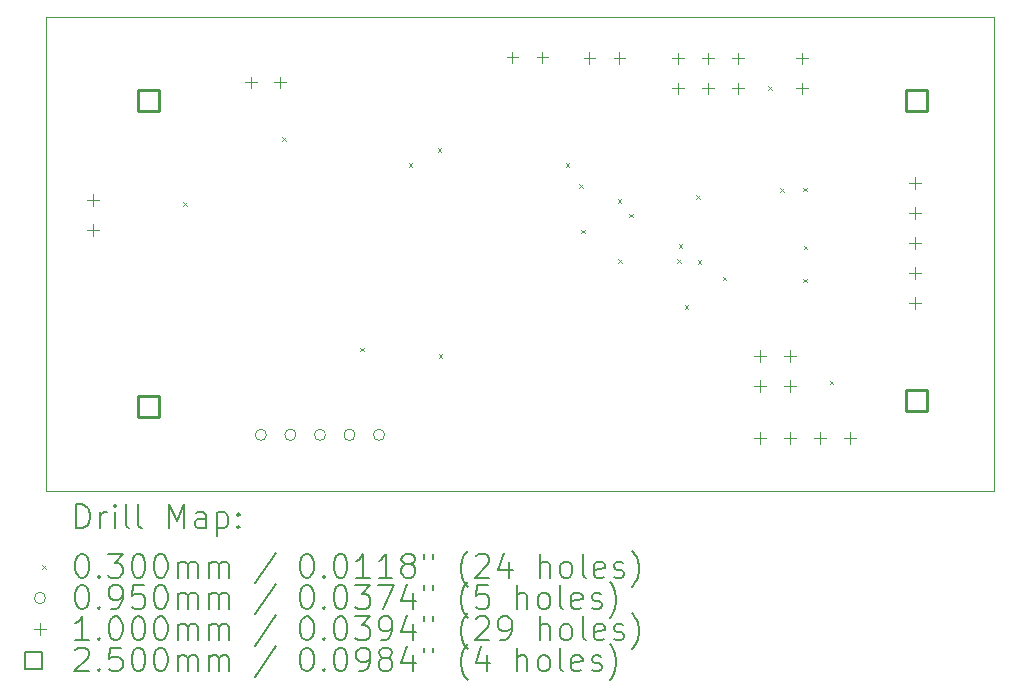
<source format=gbr>
%TF.GenerationSoftware,KiCad,Pcbnew,8.0.5*%
%TF.CreationDate,2025-06-23T12:16:36+02:00*%
%TF.ProjectId,SMD-Loetstation_v3,534d442d-4c6f-4657-9473-746174696f6e,rev?*%
%TF.SameCoordinates,Original*%
%TF.FileFunction,Drillmap*%
%TF.FilePolarity,Positive*%
%FSLAX45Y45*%
G04 Gerber Fmt 4.5, Leading zero omitted, Abs format (unit mm)*
G04 Created by KiCad (PCBNEW 8.0.5) date 2025-06-23 12:16:36*
%MOMM*%
%LPD*%
G01*
G04 APERTURE LIST*
%ADD10C,0.050000*%
%ADD11C,0.200000*%
%ADD12C,0.100000*%
%ADD13C,0.250000*%
G04 APERTURE END LIST*
D10*
X9753600Y-7162800D02*
X17780000Y-7162800D01*
X17780000Y-7162800D02*
X17780000Y-11176000D01*
X17780000Y-11176000D02*
X9753600Y-11176000D01*
X9753600Y-11176000D02*
X9753600Y-7162800D01*
D11*
D12*
X10917160Y-8732760D02*
X10947160Y-8762760D01*
X10947160Y-8732760D02*
X10917160Y-8762760D01*
X11752820Y-8182240D02*
X11782820Y-8212240D01*
X11782820Y-8182240D02*
X11752820Y-8212240D01*
X12415760Y-9962120D02*
X12445760Y-9992120D01*
X12445760Y-9962120D02*
X12415760Y-9992120D01*
X12824700Y-8400680D02*
X12854700Y-8430680D01*
X12854700Y-8400680D02*
X12824700Y-8430680D01*
X13071080Y-8273680D02*
X13101080Y-8303680D01*
X13101080Y-8273680D02*
X13071080Y-8303680D01*
X13081240Y-10018000D02*
X13111240Y-10048000D01*
X13111240Y-10018000D02*
X13081240Y-10048000D01*
X14153120Y-8402560D02*
X14183120Y-8432560D01*
X14183120Y-8402560D02*
X14153120Y-8432560D01*
X14269960Y-8580360D02*
X14299960Y-8610360D01*
X14299960Y-8580360D02*
X14269960Y-8610360D01*
X14285200Y-8965480D02*
X14315200Y-8995480D01*
X14315200Y-8965480D02*
X14285200Y-8995480D01*
X14595080Y-8707360D02*
X14625080Y-8737360D01*
X14625080Y-8707360D02*
X14595080Y-8737360D01*
X14600160Y-9215360D02*
X14630160Y-9245360D01*
X14630160Y-9215360D02*
X14600160Y-9245360D01*
X14694140Y-8829280D02*
X14724140Y-8859280D01*
X14724140Y-8829280D02*
X14694140Y-8859280D01*
X15098000Y-9215360D02*
X15128000Y-9245360D01*
X15128000Y-9215360D02*
X15098000Y-9245360D01*
X15113240Y-9088360D02*
X15143240Y-9118360D01*
X15143240Y-9088360D02*
X15113240Y-9118360D01*
X15164040Y-9601440D02*
X15194040Y-9631440D01*
X15194040Y-9601440D02*
X15164040Y-9631440D01*
X15260560Y-8671800D02*
X15290560Y-8701800D01*
X15290560Y-8671800D02*
X15260560Y-8701800D01*
X15270720Y-9220440D02*
X15300720Y-9250440D01*
X15300720Y-9220440D02*
X15270720Y-9250440D01*
X15484080Y-9362680D02*
X15514080Y-9392680D01*
X15514080Y-9362680D02*
X15484080Y-9392680D01*
X15867620Y-7747900D02*
X15897620Y-7777900D01*
X15897620Y-7747900D02*
X15867620Y-7777900D01*
X15969220Y-8611500D02*
X15999220Y-8641500D01*
X15999220Y-8611500D02*
X15969220Y-8641500D01*
X16164800Y-9378580D02*
X16194800Y-9408580D01*
X16194800Y-9378580D02*
X16164800Y-9408580D01*
X16167340Y-8608960D02*
X16197340Y-8638960D01*
X16197340Y-8608960D02*
X16167340Y-8638960D01*
X16168610Y-9100450D02*
X16198610Y-9130450D01*
X16198610Y-9100450D02*
X16168610Y-9130450D01*
X16390860Y-10241520D02*
X16420860Y-10271520D01*
X16420860Y-10241520D02*
X16390860Y-10271520D01*
X11621580Y-10701020D02*
G75*
G02*
X11526580Y-10701020I-47500J0D01*
G01*
X11526580Y-10701020D02*
G75*
G02*
X11621580Y-10701020I47500J0D01*
G01*
X11871580Y-10701020D02*
G75*
G02*
X11776580Y-10701020I-47500J0D01*
G01*
X11776580Y-10701020D02*
G75*
G02*
X11871580Y-10701020I47500J0D01*
G01*
X12121580Y-10701020D02*
G75*
G02*
X12026580Y-10701020I-47500J0D01*
G01*
X12026580Y-10701020D02*
G75*
G02*
X12121580Y-10701020I47500J0D01*
G01*
X12371580Y-10701020D02*
G75*
G02*
X12276580Y-10701020I-47500J0D01*
G01*
X12276580Y-10701020D02*
G75*
G02*
X12371580Y-10701020I47500J0D01*
G01*
X12621580Y-10701020D02*
G75*
G02*
X12526580Y-10701020I-47500J0D01*
G01*
X12526580Y-10701020D02*
G75*
G02*
X12621580Y-10701020I47500J0D01*
G01*
X10152380Y-8661700D02*
X10152380Y-8761700D01*
X10102380Y-8711700D02*
X10202380Y-8711700D01*
X10152380Y-8915700D02*
X10152380Y-9015700D01*
X10102380Y-8965700D02*
X10202380Y-8965700D01*
X11487340Y-7667180D02*
X11487340Y-7767180D01*
X11437340Y-7717180D02*
X11537340Y-7717180D01*
X11737340Y-7667180D02*
X11737340Y-7767180D01*
X11687340Y-7717180D02*
X11787340Y-7717180D01*
X13703800Y-7455700D02*
X13703800Y-7555700D01*
X13653800Y-7505700D02*
X13753800Y-7505700D01*
X13957800Y-7455700D02*
X13957800Y-7555700D01*
X13907800Y-7505700D02*
X14007800Y-7505700D01*
X14356080Y-7458240D02*
X14356080Y-7558240D01*
X14306080Y-7508240D02*
X14406080Y-7508240D01*
X14610080Y-7458240D02*
X14610080Y-7558240D01*
X14560080Y-7508240D02*
X14660080Y-7508240D01*
X15102840Y-7463980D02*
X15102840Y-7563980D01*
X15052840Y-7513980D02*
X15152840Y-7513980D01*
X15102840Y-7717980D02*
X15102840Y-7817980D01*
X15052840Y-7767980D02*
X15152840Y-7767980D01*
X15356840Y-7463980D02*
X15356840Y-7563980D01*
X15306840Y-7513980D02*
X15406840Y-7513980D01*
X15356840Y-7717980D02*
X15356840Y-7817980D01*
X15306840Y-7767980D02*
X15406840Y-7767980D01*
X15610840Y-7463980D02*
X15610840Y-7563980D01*
X15560840Y-7513980D02*
X15660840Y-7513980D01*
X15610840Y-7717980D02*
X15610840Y-7817980D01*
X15560840Y-7767980D02*
X15660840Y-7767980D01*
X15796260Y-9983660D02*
X15796260Y-10083660D01*
X15746260Y-10033660D02*
X15846260Y-10033660D01*
X15796260Y-10237660D02*
X15796260Y-10337660D01*
X15746260Y-10287660D02*
X15846260Y-10287660D01*
X15796260Y-10680890D02*
X15796260Y-10780890D01*
X15746260Y-10730890D02*
X15846260Y-10730890D01*
X16050260Y-9983660D02*
X16050260Y-10083660D01*
X16000260Y-10033660D02*
X16100260Y-10033660D01*
X16050260Y-10237660D02*
X16050260Y-10337660D01*
X16000260Y-10287660D02*
X16100260Y-10287660D01*
X16050260Y-10680890D02*
X16050260Y-10780890D01*
X16000260Y-10730890D02*
X16100260Y-10730890D01*
X16156940Y-7463980D02*
X16156940Y-7563980D01*
X16106940Y-7513980D02*
X16206940Y-7513980D01*
X16156940Y-7717980D02*
X16156940Y-7817980D01*
X16106940Y-7767980D02*
X16206940Y-7767980D01*
X16304260Y-10680890D02*
X16304260Y-10780890D01*
X16254260Y-10730890D02*
X16354260Y-10730890D01*
X16558260Y-10680890D02*
X16558260Y-10780890D01*
X16508260Y-10730890D02*
X16608260Y-10730890D01*
X17109440Y-8518080D02*
X17109440Y-8618080D01*
X17059440Y-8568080D02*
X17159440Y-8568080D01*
X17109440Y-8772080D02*
X17109440Y-8872080D01*
X17059440Y-8822080D02*
X17159440Y-8822080D01*
X17109440Y-9026080D02*
X17109440Y-9126080D01*
X17059440Y-9076080D02*
X17159440Y-9076080D01*
X17109440Y-9280080D02*
X17109440Y-9380080D01*
X17059440Y-9330080D02*
X17159440Y-9330080D01*
X17109440Y-9534080D02*
X17109440Y-9634080D01*
X17059440Y-9584080D02*
X17159440Y-9584080D01*
D13*
X10708129Y-7957969D02*
X10708129Y-7781191D01*
X10531351Y-7781191D01*
X10531351Y-7957969D01*
X10708129Y-7957969D01*
X10708129Y-10548769D02*
X10708129Y-10371991D01*
X10531351Y-10371991D01*
X10531351Y-10548769D01*
X10708129Y-10548769D01*
X17210529Y-7957969D02*
X17210529Y-7781191D01*
X17033751Y-7781191D01*
X17033751Y-7957969D01*
X17210529Y-7957969D01*
X17210529Y-10497969D02*
X17210529Y-10321191D01*
X17033751Y-10321191D01*
X17033751Y-10497969D01*
X17210529Y-10497969D01*
D11*
X10011877Y-11489984D02*
X10011877Y-11289984D01*
X10011877Y-11289984D02*
X10059496Y-11289984D01*
X10059496Y-11289984D02*
X10088067Y-11299508D01*
X10088067Y-11299508D02*
X10107115Y-11318555D01*
X10107115Y-11318555D02*
X10116639Y-11337603D01*
X10116639Y-11337603D02*
X10126163Y-11375698D01*
X10126163Y-11375698D02*
X10126163Y-11404269D01*
X10126163Y-11404269D02*
X10116639Y-11442365D01*
X10116639Y-11442365D02*
X10107115Y-11461412D01*
X10107115Y-11461412D02*
X10088067Y-11480460D01*
X10088067Y-11480460D02*
X10059496Y-11489984D01*
X10059496Y-11489984D02*
X10011877Y-11489984D01*
X10211877Y-11489984D02*
X10211877Y-11356650D01*
X10211877Y-11394746D02*
X10221401Y-11375698D01*
X10221401Y-11375698D02*
X10230924Y-11366174D01*
X10230924Y-11366174D02*
X10249972Y-11356650D01*
X10249972Y-11356650D02*
X10269020Y-11356650D01*
X10335686Y-11489984D02*
X10335686Y-11356650D01*
X10335686Y-11289984D02*
X10326163Y-11299508D01*
X10326163Y-11299508D02*
X10335686Y-11309031D01*
X10335686Y-11309031D02*
X10345210Y-11299508D01*
X10345210Y-11299508D02*
X10335686Y-11289984D01*
X10335686Y-11289984D02*
X10335686Y-11309031D01*
X10459496Y-11489984D02*
X10440448Y-11480460D01*
X10440448Y-11480460D02*
X10430924Y-11461412D01*
X10430924Y-11461412D02*
X10430924Y-11289984D01*
X10564258Y-11489984D02*
X10545210Y-11480460D01*
X10545210Y-11480460D02*
X10535686Y-11461412D01*
X10535686Y-11461412D02*
X10535686Y-11289984D01*
X10792829Y-11489984D02*
X10792829Y-11289984D01*
X10792829Y-11289984D02*
X10859496Y-11432841D01*
X10859496Y-11432841D02*
X10926163Y-11289984D01*
X10926163Y-11289984D02*
X10926163Y-11489984D01*
X11107115Y-11489984D02*
X11107115Y-11385222D01*
X11107115Y-11385222D02*
X11097591Y-11366174D01*
X11097591Y-11366174D02*
X11078544Y-11356650D01*
X11078544Y-11356650D02*
X11040448Y-11356650D01*
X11040448Y-11356650D02*
X11021401Y-11366174D01*
X11107115Y-11480460D02*
X11088067Y-11489984D01*
X11088067Y-11489984D02*
X11040448Y-11489984D01*
X11040448Y-11489984D02*
X11021401Y-11480460D01*
X11021401Y-11480460D02*
X11011877Y-11461412D01*
X11011877Y-11461412D02*
X11011877Y-11442365D01*
X11011877Y-11442365D02*
X11021401Y-11423317D01*
X11021401Y-11423317D02*
X11040448Y-11413793D01*
X11040448Y-11413793D02*
X11088067Y-11413793D01*
X11088067Y-11413793D02*
X11107115Y-11404269D01*
X11202353Y-11356650D02*
X11202353Y-11556650D01*
X11202353Y-11366174D02*
X11221401Y-11356650D01*
X11221401Y-11356650D02*
X11259496Y-11356650D01*
X11259496Y-11356650D02*
X11278543Y-11366174D01*
X11278543Y-11366174D02*
X11288067Y-11375698D01*
X11288067Y-11375698D02*
X11297591Y-11394746D01*
X11297591Y-11394746D02*
X11297591Y-11451888D01*
X11297591Y-11451888D02*
X11288067Y-11470936D01*
X11288067Y-11470936D02*
X11278543Y-11480460D01*
X11278543Y-11480460D02*
X11259496Y-11489984D01*
X11259496Y-11489984D02*
X11221401Y-11489984D01*
X11221401Y-11489984D02*
X11202353Y-11480460D01*
X11383305Y-11470936D02*
X11392829Y-11480460D01*
X11392829Y-11480460D02*
X11383305Y-11489984D01*
X11383305Y-11489984D02*
X11373782Y-11480460D01*
X11373782Y-11480460D02*
X11383305Y-11470936D01*
X11383305Y-11470936D02*
X11383305Y-11489984D01*
X11383305Y-11366174D02*
X11392829Y-11375698D01*
X11392829Y-11375698D02*
X11383305Y-11385222D01*
X11383305Y-11385222D02*
X11373782Y-11375698D01*
X11373782Y-11375698D02*
X11383305Y-11366174D01*
X11383305Y-11366174D02*
X11383305Y-11385222D01*
D12*
X9721100Y-11803500D02*
X9751100Y-11833500D01*
X9751100Y-11803500D02*
X9721100Y-11833500D01*
D11*
X10049972Y-11709984D02*
X10069020Y-11709984D01*
X10069020Y-11709984D02*
X10088067Y-11719508D01*
X10088067Y-11719508D02*
X10097591Y-11729031D01*
X10097591Y-11729031D02*
X10107115Y-11748079D01*
X10107115Y-11748079D02*
X10116639Y-11786174D01*
X10116639Y-11786174D02*
X10116639Y-11833793D01*
X10116639Y-11833793D02*
X10107115Y-11871888D01*
X10107115Y-11871888D02*
X10097591Y-11890936D01*
X10097591Y-11890936D02*
X10088067Y-11900460D01*
X10088067Y-11900460D02*
X10069020Y-11909984D01*
X10069020Y-11909984D02*
X10049972Y-11909984D01*
X10049972Y-11909984D02*
X10030924Y-11900460D01*
X10030924Y-11900460D02*
X10021401Y-11890936D01*
X10021401Y-11890936D02*
X10011877Y-11871888D01*
X10011877Y-11871888D02*
X10002353Y-11833793D01*
X10002353Y-11833793D02*
X10002353Y-11786174D01*
X10002353Y-11786174D02*
X10011877Y-11748079D01*
X10011877Y-11748079D02*
X10021401Y-11729031D01*
X10021401Y-11729031D02*
X10030924Y-11719508D01*
X10030924Y-11719508D02*
X10049972Y-11709984D01*
X10202353Y-11890936D02*
X10211877Y-11900460D01*
X10211877Y-11900460D02*
X10202353Y-11909984D01*
X10202353Y-11909984D02*
X10192829Y-11900460D01*
X10192829Y-11900460D02*
X10202353Y-11890936D01*
X10202353Y-11890936D02*
X10202353Y-11909984D01*
X10278544Y-11709984D02*
X10402353Y-11709984D01*
X10402353Y-11709984D02*
X10335686Y-11786174D01*
X10335686Y-11786174D02*
X10364258Y-11786174D01*
X10364258Y-11786174D02*
X10383305Y-11795698D01*
X10383305Y-11795698D02*
X10392829Y-11805222D01*
X10392829Y-11805222D02*
X10402353Y-11824269D01*
X10402353Y-11824269D02*
X10402353Y-11871888D01*
X10402353Y-11871888D02*
X10392829Y-11890936D01*
X10392829Y-11890936D02*
X10383305Y-11900460D01*
X10383305Y-11900460D02*
X10364258Y-11909984D01*
X10364258Y-11909984D02*
X10307115Y-11909984D01*
X10307115Y-11909984D02*
X10288067Y-11900460D01*
X10288067Y-11900460D02*
X10278544Y-11890936D01*
X10526163Y-11709984D02*
X10545210Y-11709984D01*
X10545210Y-11709984D02*
X10564258Y-11719508D01*
X10564258Y-11719508D02*
X10573782Y-11729031D01*
X10573782Y-11729031D02*
X10583305Y-11748079D01*
X10583305Y-11748079D02*
X10592829Y-11786174D01*
X10592829Y-11786174D02*
X10592829Y-11833793D01*
X10592829Y-11833793D02*
X10583305Y-11871888D01*
X10583305Y-11871888D02*
X10573782Y-11890936D01*
X10573782Y-11890936D02*
X10564258Y-11900460D01*
X10564258Y-11900460D02*
X10545210Y-11909984D01*
X10545210Y-11909984D02*
X10526163Y-11909984D01*
X10526163Y-11909984D02*
X10507115Y-11900460D01*
X10507115Y-11900460D02*
X10497591Y-11890936D01*
X10497591Y-11890936D02*
X10488067Y-11871888D01*
X10488067Y-11871888D02*
X10478544Y-11833793D01*
X10478544Y-11833793D02*
X10478544Y-11786174D01*
X10478544Y-11786174D02*
X10488067Y-11748079D01*
X10488067Y-11748079D02*
X10497591Y-11729031D01*
X10497591Y-11729031D02*
X10507115Y-11719508D01*
X10507115Y-11719508D02*
X10526163Y-11709984D01*
X10716639Y-11709984D02*
X10735686Y-11709984D01*
X10735686Y-11709984D02*
X10754734Y-11719508D01*
X10754734Y-11719508D02*
X10764258Y-11729031D01*
X10764258Y-11729031D02*
X10773782Y-11748079D01*
X10773782Y-11748079D02*
X10783305Y-11786174D01*
X10783305Y-11786174D02*
X10783305Y-11833793D01*
X10783305Y-11833793D02*
X10773782Y-11871888D01*
X10773782Y-11871888D02*
X10764258Y-11890936D01*
X10764258Y-11890936D02*
X10754734Y-11900460D01*
X10754734Y-11900460D02*
X10735686Y-11909984D01*
X10735686Y-11909984D02*
X10716639Y-11909984D01*
X10716639Y-11909984D02*
X10697591Y-11900460D01*
X10697591Y-11900460D02*
X10688067Y-11890936D01*
X10688067Y-11890936D02*
X10678544Y-11871888D01*
X10678544Y-11871888D02*
X10669020Y-11833793D01*
X10669020Y-11833793D02*
X10669020Y-11786174D01*
X10669020Y-11786174D02*
X10678544Y-11748079D01*
X10678544Y-11748079D02*
X10688067Y-11729031D01*
X10688067Y-11729031D02*
X10697591Y-11719508D01*
X10697591Y-11719508D02*
X10716639Y-11709984D01*
X10869020Y-11909984D02*
X10869020Y-11776650D01*
X10869020Y-11795698D02*
X10878544Y-11786174D01*
X10878544Y-11786174D02*
X10897591Y-11776650D01*
X10897591Y-11776650D02*
X10926163Y-11776650D01*
X10926163Y-11776650D02*
X10945210Y-11786174D01*
X10945210Y-11786174D02*
X10954734Y-11805222D01*
X10954734Y-11805222D02*
X10954734Y-11909984D01*
X10954734Y-11805222D02*
X10964258Y-11786174D01*
X10964258Y-11786174D02*
X10983305Y-11776650D01*
X10983305Y-11776650D02*
X11011877Y-11776650D01*
X11011877Y-11776650D02*
X11030925Y-11786174D01*
X11030925Y-11786174D02*
X11040448Y-11805222D01*
X11040448Y-11805222D02*
X11040448Y-11909984D01*
X11135686Y-11909984D02*
X11135686Y-11776650D01*
X11135686Y-11795698D02*
X11145210Y-11786174D01*
X11145210Y-11786174D02*
X11164258Y-11776650D01*
X11164258Y-11776650D02*
X11192829Y-11776650D01*
X11192829Y-11776650D02*
X11211877Y-11786174D01*
X11211877Y-11786174D02*
X11221401Y-11805222D01*
X11221401Y-11805222D02*
X11221401Y-11909984D01*
X11221401Y-11805222D02*
X11230924Y-11786174D01*
X11230924Y-11786174D02*
X11249972Y-11776650D01*
X11249972Y-11776650D02*
X11278543Y-11776650D01*
X11278543Y-11776650D02*
X11297591Y-11786174D01*
X11297591Y-11786174D02*
X11307115Y-11805222D01*
X11307115Y-11805222D02*
X11307115Y-11909984D01*
X11697591Y-11700460D02*
X11526163Y-11957603D01*
X11954734Y-11709984D02*
X11973782Y-11709984D01*
X11973782Y-11709984D02*
X11992829Y-11719508D01*
X11992829Y-11719508D02*
X12002353Y-11729031D01*
X12002353Y-11729031D02*
X12011877Y-11748079D01*
X12011877Y-11748079D02*
X12021401Y-11786174D01*
X12021401Y-11786174D02*
X12021401Y-11833793D01*
X12021401Y-11833793D02*
X12011877Y-11871888D01*
X12011877Y-11871888D02*
X12002353Y-11890936D01*
X12002353Y-11890936D02*
X11992829Y-11900460D01*
X11992829Y-11900460D02*
X11973782Y-11909984D01*
X11973782Y-11909984D02*
X11954734Y-11909984D01*
X11954734Y-11909984D02*
X11935686Y-11900460D01*
X11935686Y-11900460D02*
X11926163Y-11890936D01*
X11926163Y-11890936D02*
X11916639Y-11871888D01*
X11916639Y-11871888D02*
X11907115Y-11833793D01*
X11907115Y-11833793D02*
X11907115Y-11786174D01*
X11907115Y-11786174D02*
X11916639Y-11748079D01*
X11916639Y-11748079D02*
X11926163Y-11729031D01*
X11926163Y-11729031D02*
X11935686Y-11719508D01*
X11935686Y-11719508D02*
X11954734Y-11709984D01*
X12107115Y-11890936D02*
X12116639Y-11900460D01*
X12116639Y-11900460D02*
X12107115Y-11909984D01*
X12107115Y-11909984D02*
X12097591Y-11900460D01*
X12097591Y-11900460D02*
X12107115Y-11890936D01*
X12107115Y-11890936D02*
X12107115Y-11909984D01*
X12240448Y-11709984D02*
X12259496Y-11709984D01*
X12259496Y-11709984D02*
X12278544Y-11719508D01*
X12278544Y-11719508D02*
X12288067Y-11729031D01*
X12288067Y-11729031D02*
X12297591Y-11748079D01*
X12297591Y-11748079D02*
X12307115Y-11786174D01*
X12307115Y-11786174D02*
X12307115Y-11833793D01*
X12307115Y-11833793D02*
X12297591Y-11871888D01*
X12297591Y-11871888D02*
X12288067Y-11890936D01*
X12288067Y-11890936D02*
X12278544Y-11900460D01*
X12278544Y-11900460D02*
X12259496Y-11909984D01*
X12259496Y-11909984D02*
X12240448Y-11909984D01*
X12240448Y-11909984D02*
X12221401Y-11900460D01*
X12221401Y-11900460D02*
X12211877Y-11890936D01*
X12211877Y-11890936D02*
X12202353Y-11871888D01*
X12202353Y-11871888D02*
X12192829Y-11833793D01*
X12192829Y-11833793D02*
X12192829Y-11786174D01*
X12192829Y-11786174D02*
X12202353Y-11748079D01*
X12202353Y-11748079D02*
X12211877Y-11729031D01*
X12211877Y-11729031D02*
X12221401Y-11719508D01*
X12221401Y-11719508D02*
X12240448Y-11709984D01*
X12497591Y-11909984D02*
X12383306Y-11909984D01*
X12440448Y-11909984D02*
X12440448Y-11709984D01*
X12440448Y-11709984D02*
X12421401Y-11738555D01*
X12421401Y-11738555D02*
X12402353Y-11757603D01*
X12402353Y-11757603D02*
X12383306Y-11767127D01*
X12688067Y-11909984D02*
X12573782Y-11909984D01*
X12630925Y-11909984D02*
X12630925Y-11709984D01*
X12630925Y-11709984D02*
X12611877Y-11738555D01*
X12611877Y-11738555D02*
X12592829Y-11757603D01*
X12592829Y-11757603D02*
X12573782Y-11767127D01*
X12802353Y-11795698D02*
X12783306Y-11786174D01*
X12783306Y-11786174D02*
X12773782Y-11776650D01*
X12773782Y-11776650D02*
X12764258Y-11757603D01*
X12764258Y-11757603D02*
X12764258Y-11748079D01*
X12764258Y-11748079D02*
X12773782Y-11729031D01*
X12773782Y-11729031D02*
X12783306Y-11719508D01*
X12783306Y-11719508D02*
X12802353Y-11709984D01*
X12802353Y-11709984D02*
X12840448Y-11709984D01*
X12840448Y-11709984D02*
X12859496Y-11719508D01*
X12859496Y-11719508D02*
X12869020Y-11729031D01*
X12869020Y-11729031D02*
X12878544Y-11748079D01*
X12878544Y-11748079D02*
X12878544Y-11757603D01*
X12878544Y-11757603D02*
X12869020Y-11776650D01*
X12869020Y-11776650D02*
X12859496Y-11786174D01*
X12859496Y-11786174D02*
X12840448Y-11795698D01*
X12840448Y-11795698D02*
X12802353Y-11795698D01*
X12802353Y-11795698D02*
X12783306Y-11805222D01*
X12783306Y-11805222D02*
X12773782Y-11814746D01*
X12773782Y-11814746D02*
X12764258Y-11833793D01*
X12764258Y-11833793D02*
X12764258Y-11871888D01*
X12764258Y-11871888D02*
X12773782Y-11890936D01*
X12773782Y-11890936D02*
X12783306Y-11900460D01*
X12783306Y-11900460D02*
X12802353Y-11909984D01*
X12802353Y-11909984D02*
X12840448Y-11909984D01*
X12840448Y-11909984D02*
X12859496Y-11900460D01*
X12859496Y-11900460D02*
X12869020Y-11890936D01*
X12869020Y-11890936D02*
X12878544Y-11871888D01*
X12878544Y-11871888D02*
X12878544Y-11833793D01*
X12878544Y-11833793D02*
X12869020Y-11814746D01*
X12869020Y-11814746D02*
X12859496Y-11805222D01*
X12859496Y-11805222D02*
X12840448Y-11795698D01*
X12954734Y-11709984D02*
X12954734Y-11748079D01*
X13030925Y-11709984D02*
X13030925Y-11748079D01*
X13326163Y-11986174D02*
X13316639Y-11976650D01*
X13316639Y-11976650D02*
X13297591Y-11948079D01*
X13297591Y-11948079D02*
X13288068Y-11929031D01*
X13288068Y-11929031D02*
X13278544Y-11900460D01*
X13278544Y-11900460D02*
X13269020Y-11852841D01*
X13269020Y-11852841D02*
X13269020Y-11814746D01*
X13269020Y-11814746D02*
X13278544Y-11767127D01*
X13278544Y-11767127D02*
X13288068Y-11738555D01*
X13288068Y-11738555D02*
X13297591Y-11719508D01*
X13297591Y-11719508D02*
X13316639Y-11690936D01*
X13316639Y-11690936D02*
X13326163Y-11681412D01*
X13392829Y-11729031D02*
X13402353Y-11719508D01*
X13402353Y-11719508D02*
X13421401Y-11709984D01*
X13421401Y-11709984D02*
X13469020Y-11709984D01*
X13469020Y-11709984D02*
X13488068Y-11719508D01*
X13488068Y-11719508D02*
X13497591Y-11729031D01*
X13497591Y-11729031D02*
X13507115Y-11748079D01*
X13507115Y-11748079D02*
X13507115Y-11767127D01*
X13507115Y-11767127D02*
X13497591Y-11795698D01*
X13497591Y-11795698D02*
X13383306Y-11909984D01*
X13383306Y-11909984D02*
X13507115Y-11909984D01*
X13678544Y-11776650D02*
X13678544Y-11909984D01*
X13630925Y-11700460D02*
X13583306Y-11843317D01*
X13583306Y-11843317D02*
X13707115Y-11843317D01*
X13935687Y-11909984D02*
X13935687Y-11709984D01*
X14021401Y-11909984D02*
X14021401Y-11805222D01*
X14021401Y-11805222D02*
X14011877Y-11786174D01*
X14011877Y-11786174D02*
X13992830Y-11776650D01*
X13992830Y-11776650D02*
X13964258Y-11776650D01*
X13964258Y-11776650D02*
X13945210Y-11786174D01*
X13945210Y-11786174D02*
X13935687Y-11795698D01*
X14145210Y-11909984D02*
X14126163Y-11900460D01*
X14126163Y-11900460D02*
X14116639Y-11890936D01*
X14116639Y-11890936D02*
X14107115Y-11871888D01*
X14107115Y-11871888D02*
X14107115Y-11814746D01*
X14107115Y-11814746D02*
X14116639Y-11795698D01*
X14116639Y-11795698D02*
X14126163Y-11786174D01*
X14126163Y-11786174D02*
X14145210Y-11776650D01*
X14145210Y-11776650D02*
X14173782Y-11776650D01*
X14173782Y-11776650D02*
X14192830Y-11786174D01*
X14192830Y-11786174D02*
X14202353Y-11795698D01*
X14202353Y-11795698D02*
X14211877Y-11814746D01*
X14211877Y-11814746D02*
X14211877Y-11871888D01*
X14211877Y-11871888D02*
X14202353Y-11890936D01*
X14202353Y-11890936D02*
X14192830Y-11900460D01*
X14192830Y-11900460D02*
X14173782Y-11909984D01*
X14173782Y-11909984D02*
X14145210Y-11909984D01*
X14326163Y-11909984D02*
X14307115Y-11900460D01*
X14307115Y-11900460D02*
X14297591Y-11881412D01*
X14297591Y-11881412D02*
X14297591Y-11709984D01*
X14478544Y-11900460D02*
X14459496Y-11909984D01*
X14459496Y-11909984D02*
X14421401Y-11909984D01*
X14421401Y-11909984D02*
X14402353Y-11900460D01*
X14402353Y-11900460D02*
X14392830Y-11881412D01*
X14392830Y-11881412D02*
X14392830Y-11805222D01*
X14392830Y-11805222D02*
X14402353Y-11786174D01*
X14402353Y-11786174D02*
X14421401Y-11776650D01*
X14421401Y-11776650D02*
X14459496Y-11776650D01*
X14459496Y-11776650D02*
X14478544Y-11786174D01*
X14478544Y-11786174D02*
X14488068Y-11805222D01*
X14488068Y-11805222D02*
X14488068Y-11824269D01*
X14488068Y-11824269D02*
X14392830Y-11843317D01*
X14564258Y-11900460D02*
X14583306Y-11909984D01*
X14583306Y-11909984D02*
X14621401Y-11909984D01*
X14621401Y-11909984D02*
X14640449Y-11900460D01*
X14640449Y-11900460D02*
X14649972Y-11881412D01*
X14649972Y-11881412D02*
X14649972Y-11871888D01*
X14649972Y-11871888D02*
X14640449Y-11852841D01*
X14640449Y-11852841D02*
X14621401Y-11843317D01*
X14621401Y-11843317D02*
X14592830Y-11843317D01*
X14592830Y-11843317D02*
X14573782Y-11833793D01*
X14573782Y-11833793D02*
X14564258Y-11814746D01*
X14564258Y-11814746D02*
X14564258Y-11805222D01*
X14564258Y-11805222D02*
X14573782Y-11786174D01*
X14573782Y-11786174D02*
X14592830Y-11776650D01*
X14592830Y-11776650D02*
X14621401Y-11776650D01*
X14621401Y-11776650D02*
X14640449Y-11786174D01*
X14716639Y-11986174D02*
X14726163Y-11976650D01*
X14726163Y-11976650D02*
X14745211Y-11948079D01*
X14745211Y-11948079D02*
X14754734Y-11929031D01*
X14754734Y-11929031D02*
X14764258Y-11900460D01*
X14764258Y-11900460D02*
X14773782Y-11852841D01*
X14773782Y-11852841D02*
X14773782Y-11814746D01*
X14773782Y-11814746D02*
X14764258Y-11767127D01*
X14764258Y-11767127D02*
X14754734Y-11738555D01*
X14754734Y-11738555D02*
X14745211Y-11719508D01*
X14745211Y-11719508D02*
X14726163Y-11690936D01*
X14726163Y-11690936D02*
X14716639Y-11681412D01*
D12*
X9751100Y-12082500D02*
G75*
G02*
X9656100Y-12082500I-47500J0D01*
G01*
X9656100Y-12082500D02*
G75*
G02*
X9751100Y-12082500I47500J0D01*
G01*
D11*
X10049972Y-11973984D02*
X10069020Y-11973984D01*
X10069020Y-11973984D02*
X10088067Y-11983508D01*
X10088067Y-11983508D02*
X10097591Y-11993031D01*
X10097591Y-11993031D02*
X10107115Y-12012079D01*
X10107115Y-12012079D02*
X10116639Y-12050174D01*
X10116639Y-12050174D02*
X10116639Y-12097793D01*
X10116639Y-12097793D02*
X10107115Y-12135888D01*
X10107115Y-12135888D02*
X10097591Y-12154936D01*
X10097591Y-12154936D02*
X10088067Y-12164460D01*
X10088067Y-12164460D02*
X10069020Y-12173984D01*
X10069020Y-12173984D02*
X10049972Y-12173984D01*
X10049972Y-12173984D02*
X10030924Y-12164460D01*
X10030924Y-12164460D02*
X10021401Y-12154936D01*
X10021401Y-12154936D02*
X10011877Y-12135888D01*
X10011877Y-12135888D02*
X10002353Y-12097793D01*
X10002353Y-12097793D02*
X10002353Y-12050174D01*
X10002353Y-12050174D02*
X10011877Y-12012079D01*
X10011877Y-12012079D02*
X10021401Y-11993031D01*
X10021401Y-11993031D02*
X10030924Y-11983508D01*
X10030924Y-11983508D02*
X10049972Y-11973984D01*
X10202353Y-12154936D02*
X10211877Y-12164460D01*
X10211877Y-12164460D02*
X10202353Y-12173984D01*
X10202353Y-12173984D02*
X10192829Y-12164460D01*
X10192829Y-12164460D02*
X10202353Y-12154936D01*
X10202353Y-12154936D02*
X10202353Y-12173984D01*
X10307115Y-12173984D02*
X10345210Y-12173984D01*
X10345210Y-12173984D02*
X10364258Y-12164460D01*
X10364258Y-12164460D02*
X10373782Y-12154936D01*
X10373782Y-12154936D02*
X10392829Y-12126365D01*
X10392829Y-12126365D02*
X10402353Y-12088269D01*
X10402353Y-12088269D02*
X10402353Y-12012079D01*
X10402353Y-12012079D02*
X10392829Y-11993031D01*
X10392829Y-11993031D02*
X10383305Y-11983508D01*
X10383305Y-11983508D02*
X10364258Y-11973984D01*
X10364258Y-11973984D02*
X10326163Y-11973984D01*
X10326163Y-11973984D02*
X10307115Y-11983508D01*
X10307115Y-11983508D02*
X10297591Y-11993031D01*
X10297591Y-11993031D02*
X10288067Y-12012079D01*
X10288067Y-12012079D02*
X10288067Y-12059698D01*
X10288067Y-12059698D02*
X10297591Y-12078746D01*
X10297591Y-12078746D02*
X10307115Y-12088269D01*
X10307115Y-12088269D02*
X10326163Y-12097793D01*
X10326163Y-12097793D02*
X10364258Y-12097793D01*
X10364258Y-12097793D02*
X10383305Y-12088269D01*
X10383305Y-12088269D02*
X10392829Y-12078746D01*
X10392829Y-12078746D02*
X10402353Y-12059698D01*
X10583305Y-11973984D02*
X10488067Y-11973984D01*
X10488067Y-11973984D02*
X10478544Y-12069222D01*
X10478544Y-12069222D02*
X10488067Y-12059698D01*
X10488067Y-12059698D02*
X10507115Y-12050174D01*
X10507115Y-12050174D02*
X10554734Y-12050174D01*
X10554734Y-12050174D02*
X10573782Y-12059698D01*
X10573782Y-12059698D02*
X10583305Y-12069222D01*
X10583305Y-12069222D02*
X10592829Y-12088269D01*
X10592829Y-12088269D02*
X10592829Y-12135888D01*
X10592829Y-12135888D02*
X10583305Y-12154936D01*
X10583305Y-12154936D02*
X10573782Y-12164460D01*
X10573782Y-12164460D02*
X10554734Y-12173984D01*
X10554734Y-12173984D02*
X10507115Y-12173984D01*
X10507115Y-12173984D02*
X10488067Y-12164460D01*
X10488067Y-12164460D02*
X10478544Y-12154936D01*
X10716639Y-11973984D02*
X10735686Y-11973984D01*
X10735686Y-11973984D02*
X10754734Y-11983508D01*
X10754734Y-11983508D02*
X10764258Y-11993031D01*
X10764258Y-11993031D02*
X10773782Y-12012079D01*
X10773782Y-12012079D02*
X10783305Y-12050174D01*
X10783305Y-12050174D02*
X10783305Y-12097793D01*
X10783305Y-12097793D02*
X10773782Y-12135888D01*
X10773782Y-12135888D02*
X10764258Y-12154936D01*
X10764258Y-12154936D02*
X10754734Y-12164460D01*
X10754734Y-12164460D02*
X10735686Y-12173984D01*
X10735686Y-12173984D02*
X10716639Y-12173984D01*
X10716639Y-12173984D02*
X10697591Y-12164460D01*
X10697591Y-12164460D02*
X10688067Y-12154936D01*
X10688067Y-12154936D02*
X10678544Y-12135888D01*
X10678544Y-12135888D02*
X10669020Y-12097793D01*
X10669020Y-12097793D02*
X10669020Y-12050174D01*
X10669020Y-12050174D02*
X10678544Y-12012079D01*
X10678544Y-12012079D02*
X10688067Y-11993031D01*
X10688067Y-11993031D02*
X10697591Y-11983508D01*
X10697591Y-11983508D02*
X10716639Y-11973984D01*
X10869020Y-12173984D02*
X10869020Y-12040650D01*
X10869020Y-12059698D02*
X10878544Y-12050174D01*
X10878544Y-12050174D02*
X10897591Y-12040650D01*
X10897591Y-12040650D02*
X10926163Y-12040650D01*
X10926163Y-12040650D02*
X10945210Y-12050174D01*
X10945210Y-12050174D02*
X10954734Y-12069222D01*
X10954734Y-12069222D02*
X10954734Y-12173984D01*
X10954734Y-12069222D02*
X10964258Y-12050174D01*
X10964258Y-12050174D02*
X10983305Y-12040650D01*
X10983305Y-12040650D02*
X11011877Y-12040650D01*
X11011877Y-12040650D02*
X11030925Y-12050174D01*
X11030925Y-12050174D02*
X11040448Y-12069222D01*
X11040448Y-12069222D02*
X11040448Y-12173984D01*
X11135686Y-12173984D02*
X11135686Y-12040650D01*
X11135686Y-12059698D02*
X11145210Y-12050174D01*
X11145210Y-12050174D02*
X11164258Y-12040650D01*
X11164258Y-12040650D02*
X11192829Y-12040650D01*
X11192829Y-12040650D02*
X11211877Y-12050174D01*
X11211877Y-12050174D02*
X11221401Y-12069222D01*
X11221401Y-12069222D02*
X11221401Y-12173984D01*
X11221401Y-12069222D02*
X11230924Y-12050174D01*
X11230924Y-12050174D02*
X11249972Y-12040650D01*
X11249972Y-12040650D02*
X11278543Y-12040650D01*
X11278543Y-12040650D02*
X11297591Y-12050174D01*
X11297591Y-12050174D02*
X11307115Y-12069222D01*
X11307115Y-12069222D02*
X11307115Y-12173984D01*
X11697591Y-11964460D02*
X11526163Y-12221603D01*
X11954734Y-11973984D02*
X11973782Y-11973984D01*
X11973782Y-11973984D02*
X11992829Y-11983508D01*
X11992829Y-11983508D02*
X12002353Y-11993031D01*
X12002353Y-11993031D02*
X12011877Y-12012079D01*
X12011877Y-12012079D02*
X12021401Y-12050174D01*
X12021401Y-12050174D02*
X12021401Y-12097793D01*
X12021401Y-12097793D02*
X12011877Y-12135888D01*
X12011877Y-12135888D02*
X12002353Y-12154936D01*
X12002353Y-12154936D02*
X11992829Y-12164460D01*
X11992829Y-12164460D02*
X11973782Y-12173984D01*
X11973782Y-12173984D02*
X11954734Y-12173984D01*
X11954734Y-12173984D02*
X11935686Y-12164460D01*
X11935686Y-12164460D02*
X11926163Y-12154936D01*
X11926163Y-12154936D02*
X11916639Y-12135888D01*
X11916639Y-12135888D02*
X11907115Y-12097793D01*
X11907115Y-12097793D02*
X11907115Y-12050174D01*
X11907115Y-12050174D02*
X11916639Y-12012079D01*
X11916639Y-12012079D02*
X11926163Y-11993031D01*
X11926163Y-11993031D02*
X11935686Y-11983508D01*
X11935686Y-11983508D02*
X11954734Y-11973984D01*
X12107115Y-12154936D02*
X12116639Y-12164460D01*
X12116639Y-12164460D02*
X12107115Y-12173984D01*
X12107115Y-12173984D02*
X12097591Y-12164460D01*
X12097591Y-12164460D02*
X12107115Y-12154936D01*
X12107115Y-12154936D02*
X12107115Y-12173984D01*
X12240448Y-11973984D02*
X12259496Y-11973984D01*
X12259496Y-11973984D02*
X12278544Y-11983508D01*
X12278544Y-11983508D02*
X12288067Y-11993031D01*
X12288067Y-11993031D02*
X12297591Y-12012079D01*
X12297591Y-12012079D02*
X12307115Y-12050174D01*
X12307115Y-12050174D02*
X12307115Y-12097793D01*
X12307115Y-12097793D02*
X12297591Y-12135888D01*
X12297591Y-12135888D02*
X12288067Y-12154936D01*
X12288067Y-12154936D02*
X12278544Y-12164460D01*
X12278544Y-12164460D02*
X12259496Y-12173984D01*
X12259496Y-12173984D02*
X12240448Y-12173984D01*
X12240448Y-12173984D02*
X12221401Y-12164460D01*
X12221401Y-12164460D02*
X12211877Y-12154936D01*
X12211877Y-12154936D02*
X12202353Y-12135888D01*
X12202353Y-12135888D02*
X12192829Y-12097793D01*
X12192829Y-12097793D02*
X12192829Y-12050174D01*
X12192829Y-12050174D02*
X12202353Y-12012079D01*
X12202353Y-12012079D02*
X12211877Y-11993031D01*
X12211877Y-11993031D02*
X12221401Y-11983508D01*
X12221401Y-11983508D02*
X12240448Y-11973984D01*
X12373782Y-11973984D02*
X12497591Y-11973984D01*
X12497591Y-11973984D02*
X12430925Y-12050174D01*
X12430925Y-12050174D02*
X12459496Y-12050174D01*
X12459496Y-12050174D02*
X12478544Y-12059698D01*
X12478544Y-12059698D02*
X12488067Y-12069222D01*
X12488067Y-12069222D02*
X12497591Y-12088269D01*
X12497591Y-12088269D02*
X12497591Y-12135888D01*
X12497591Y-12135888D02*
X12488067Y-12154936D01*
X12488067Y-12154936D02*
X12478544Y-12164460D01*
X12478544Y-12164460D02*
X12459496Y-12173984D01*
X12459496Y-12173984D02*
X12402353Y-12173984D01*
X12402353Y-12173984D02*
X12383306Y-12164460D01*
X12383306Y-12164460D02*
X12373782Y-12154936D01*
X12564258Y-11973984D02*
X12697591Y-11973984D01*
X12697591Y-11973984D02*
X12611877Y-12173984D01*
X12859496Y-12040650D02*
X12859496Y-12173984D01*
X12811877Y-11964460D02*
X12764258Y-12107317D01*
X12764258Y-12107317D02*
X12888067Y-12107317D01*
X12954734Y-11973984D02*
X12954734Y-12012079D01*
X13030925Y-11973984D02*
X13030925Y-12012079D01*
X13326163Y-12250174D02*
X13316639Y-12240650D01*
X13316639Y-12240650D02*
X13297591Y-12212079D01*
X13297591Y-12212079D02*
X13288068Y-12193031D01*
X13288068Y-12193031D02*
X13278544Y-12164460D01*
X13278544Y-12164460D02*
X13269020Y-12116841D01*
X13269020Y-12116841D02*
X13269020Y-12078746D01*
X13269020Y-12078746D02*
X13278544Y-12031127D01*
X13278544Y-12031127D02*
X13288068Y-12002555D01*
X13288068Y-12002555D02*
X13297591Y-11983508D01*
X13297591Y-11983508D02*
X13316639Y-11954936D01*
X13316639Y-11954936D02*
X13326163Y-11945412D01*
X13497591Y-11973984D02*
X13402353Y-11973984D01*
X13402353Y-11973984D02*
X13392829Y-12069222D01*
X13392829Y-12069222D02*
X13402353Y-12059698D01*
X13402353Y-12059698D02*
X13421401Y-12050174D01*
X13421401Y-12050174D02*
X13469020Y-12050174D01*
X13469020Y-12050174D02*
X13488068Y-12059698D01*
X13488068Y-12059698D02*
X13497591Y-12069222D01*
X13497591Y-12069222D02*
X13507115Y-12088269D01*
X13507115Y-12088269D02*
X13507115Y-12135888D01*
X13507115Y-12135888D02*
X13497591Y-12154936D01*
X13497591Y-12154936D02*
X13488068Y-12164460D01*
X13488068Y-12164460D02*
X13469020Y-12173984D01*
X13469020Y-12173984D02*
X13421401Y-12173984D01*
X13421401Y-12173984D02*
X13402353Y-12164460D01*
X13402353Y-12164460D02*
X13392829Y-12154936D01*
X13745210Y-12173984D02*
X13745210Y-11973984D01*
X13830925Y-12173984D02*
X13830925Y-12069222D01*
X13830925Y-12069222D02*
X13821401Y-12050174D01*
X13821401Y-12050174D02*
X13802353Y-12040650D01*
X13802353Y-12040650D02*
X13773782Y-12040650D01*
X13773782Y-12040650D02*
X13754734Y-12050174D01*
X13754734Y-12050174D02*
X13745210Y-12059698D01*
X13954734Y-12173984D02*
X13935687Y-12164460D01*
X13935687Y-12164460D02*
X13926163Y-12154936D01*
X13926163Y-12154936D02*
X13916639Y-12135888D01*
X13916639Y-12135888D02*
X13916639Y-12078746D01*
X13916639Y-12078746D02*
X13926163Y-12059698D01*
X13926163Y-12059698D02*
X13935687Y-12050174D01*
X13935687Y-12050174D02*
X13954734Y-12040650D01*
X13954734Y-12040650D02*
X13983306Y-12040650D01*
X13983306Y-12040650D02*
X14002353Y-12050174D01*
X14002353Y-12050174D02*
X14011877Y-12059698D01*
X14011877Y-12059698D02*
X14021401Y-12078746D01*
X14021401Y-12078746D02*
X14021401Y-12135888D01*
X14021401Y-12135888D02*
X14011877Y-12154936D01*
X14011877Y-12154936D02*
X14002353Y-12164460D01*
X14002353Y-12164460D02*
X13983306Y-12173984D01*
X13983306Y-12173984D02*
X13954734Y-12173984D01*
X14135687Y-12173984D02*
X14116639Y-12164460D01*
X14116639Y-12164460D02*
X14107115Y-12145412D01*
X14107115Y-12145412D02*
X14107115Y-11973984D01*
X14288068Y-12164460D02*
X14269020Y-12173984D01*
X14269020Y-12173984D02*
X14230925Y-12173984D01*
X14230925Y-12173984D02*
X14211877Y-12164460D01*
X14211877Y-12164460D02*
X14202353Y-12145412D01*
X14202353Y-12145412D02*
X14202353Y-12069222D01*
X14202353Y-12069222D02*
X14211877Y-12050174D01*
X14211877Y-12050174D02*
X14230925Y-12040650D01*
X14230925Y-12040650D02*
X14269020Y-12040650D01*
X14269020Y-12040650D02*
X14288068Y-12050174D01*
X14288068Y-12050174D02*
X14297591Y-12069222D01*
X14297591Y-12069222D02*
X14297591Y-12088269D01*
X14297591Y-12088269D02*
X14202353Y-12107317D01*
X14373782Y-12164460D02*
X14392830Y-12173984D01*
X14392830Y-12173984D02*
X14430925Y-12173984D01*
X14430925Y-12173984D02*
X14449972Y-12164460D01*
X14449972Y-12164460D02*
X14459496Y-12145412D01*
X14459496Y-12145412D02*
X14459496Y-12135888D01*
X14459496Y-12135888D02*
X14449972Y-12116841D01*
X14449972Y-12116841D02*
X14430925Y-12107317D01*
X14430925Y-12107317D02*
X14402353Y-12107317D01*
X14402353Y-12107317D02*
X14383306Y-12097793D01*
X14383306Y-12097793D02*
X14373782Y-12078746D01*
X14373782Y-12078746D02*
X14373782Y-12069222D01*
X14373782Y-12069222D02*
X14383306Y-12050174D01*
X14383306Y-12050174D02*
X14402353Y-12040650D01*
X14402353Y-12040650D02*
X14430925Y-12040650D01*
X14430925Y-12040650D02*
X14449972Y-12050174D01*
X14526163Y-12250174D02*
X14535687Y-12240650D01*
X14535687Y-12240650D02*
X14554734Y-12212079D01*
X14554734Y-12212079D02*
X14564258Y-12193031D01*
X14564258Y-12193031D02*
X14573782Y-12164460D01*
X14573782Y-12164460D02*
X14583306Y-12116841D01*
X14583306Y-12116841D02*
X14583306Y-12078746D01*
X14583306Y-12078746D02*
X14573782Y-12031127D01*
X14573782Y-12031127D02*
X14564258Y-12002555D01*
X14564258Y-12002555D02*
X14554734Y-11983508D01*
X14554734Y-11983508D02*
X14535687Y-11954936D01*
X14535687Y-11954936D02*
X14526163Y-11945412D01*
D12*
X9701100Y-12296500D02*
X9701100Y-12396500D01*
X9651100Y-12346500D02*
X9751100Y-12346500D01*
D11*
X10116639Y-12437984D02*
X10002353Y-12437984D01*
X10059496Y-12437984D02*
X10059496Y-12237984D01*
X10059496Y-12237984D02*
X10040448Y-12266555D01*
X10040448Y-12266555D02*
X10021401Y-12285603D01*
X10021401Y-12285603D02*
X10002353Y-12295127D01*
X10202353Y-12418936D02*
X10211877Y-12428460D01*
X10211877Y-12428460D02*
X10202353Y-12437984D01*
X10202353Y-12437984D02*
X10192829Y-12428460D01*
X10192829Y-12428460D02*
X10202353Y-12418936D01*
X10202353Y-12418936D02*
X10202353Y-12437984D01*
X10335686Y-12237984D02*
X10354734Y-12237984D01*
X10354734Y-12237984D02*
X10373782Y-12247508D01*
X10373782Y-12247508D02*
X10383305Y-12257031D01*
X10383305Y-12257031D02*
X10392829Y-12276079D01*
X10392829Y-12276079D02*
X10402353Y-12314174D01*
X10402353Y-12314174D02*
X10402353Y-12361793D01*
X10402353Y-12361793D02*
X10392829Y-12399888D01*
X10392829Y-12399888D02*
X10383305Y-12418936D01*
X10383305Y-12418936D02*
X10373782Y-12428460D01*
X10373782Y-12428460D02*
X10354734Y-12437984D01*
X10354734Y-12437984D02*
X10335686Y-12437984D01*
X10335686Y-12437984D02*
X10316639Y-12428460D01*
X10316639Y-12428460D02*
X10307115Y-12418936D01*
X10307115Y-12418936D02*
X10297591Y-12399888D01*
X10297591Y-12399888D02*
X10288067Y-12361793D01*
X10288067Y-12361793D02*
X10288067Y-12314174D01*
X10288067Y-12314174D02*
X10297591Y-12276079D01*
X10297591Y-12276079D02*
X10307115Y-12257031D01*
X10307115Y-12257031D02*
X10316639Y-12247508D01*
X10316639Y-12247508D02*
X10335686Y-12237984D01*
X10526163Y-12237984D02*
X10545210Y-12237984D01*
X10545210Y-12237984D02*
X10564258Y-12247508D01*
X10564258Y-12247508D02*
X10573782Y-12257031D01*
X10573782Y-12257031D02*
X10583305Y-12276079D01*
X10583305Y-12276079D02*
X10592829Y-12314174D01*
X10592829Y-12314174D02*
X10592829Y-12361793D01*
X10592829Y-12361793D02*
X10583305Y-12399888D01*
X10583305Y-12399888D02*
X10573782Y-12418936D01*
X10573782Y-12418936D02*
X10564258Y-12428460D01*
X10564258Y-12428460D02*
X10545210Y-12437984D01*
X10545210Y-12437984D02*
X10526163Y-12437984D01*
X10526163Y-12437984D02*
X10507115Y-12428460D01*
X10507115Y-12428460D02*
X10497591Y-12418936D01*
X10497591Y-12418936D02*
X10488067Y-12399888D01*
X10488067Y-12399888D02*
X10478544Y-12361793D01*
X10478544Y-12361793D02*
X10478544Y-12314174D01*
X10478544Y-12314174D02*
X10488067Y-12276079D01*
X10488067Y-12276079D02*
X10497591Y-12257031D01*
X10497591Y-12257031D02*
X10507115Y-12247508D01*
X10507115Y-12247508D02*
X10526163Y-12237984D01*
X10716639Y-12237984D02*
X10735686Y-12237984D01*
X10735686Y-12237984D02*
X10754734Y-12247508D01*
X10754734Y-12247508D02*
X10764258Y-12257031D01*
X10764258Y-12257031D02*
X10773782Y-12276079D01*
X10773782Y-12276079D02*
X10783305Y-12314174D01*
X10783305Y-12314174D02*
X10783305Y-12361793D01*
X10783305Y-12361793D02*
X10773782Y-12399888D01*
X10773782Y-12399888D02*
X10764258Y-12418936D01*
X10764258Y-12418936D02*
X10754734Y-12428460D01*
X10754734Y-12428460D02*
X10735686Y-12437984D01*
X10735686Y-12437984D02*
X10716639Y-12437984D01*
X10716639Y-12437984D02*
X10697591Y-12428460D01*
X10697591Y-12428460D02*
X10688067Y-12418936D01*
X10688067Y-12418936D02*
X10678544Y-12399888D01*
X10678544Y-12399888D02*
X10669020Y-12361793D01*
X10669020Y-12361793D02*
X10669020Y-12314174D01*
X10669020Y-12314174D02*
X10678544Y-12276079D01*
X10678544Y-12276079D02*
X10688067Y-12257031D01*
X10688067Y-12257031D02*
X10697591Y-12247508D01*
X10697591Y-12247508D02*
X10716639Y-12237984D01*
X10869020Y-12437984D02*
X10869020Y-12304650D01*
X10869020Y-12323698D02*
X10878544Y-12314174D01*
X10878544Y-12314174D02*
X10897591Y-12304650D01*
X10897591Y-12304650D02*
X10926163Y-12304650D01*
X10926163Y-12304650D02*
X10945210Y-12314174D01*
X10945210Y-12314174D02*
X10954734Y-12333222D01*
X10954734Y-12333222D02*
X10954734Y-12437984D01*
X10954734Y-12333222D02*
X10964258Y-12314174D01*
X10964258Y-12314174D02*
X10983305Y-12304650D01*
X10983305Y-12304650D02*
X11011877Y-12304650D01*
X11011877Y-12304650D02*
X11030925Y-12314174D01*
X11030925Y-12314174D02*
X11040448Y-12333222D01*
X11040448Y-12333222D02*
X11040448Y-12437984D01*
X11135686Y-12437984D02*
X11135686Y-12304650D01*
X11135686Y-12323698D02*
X11145210Y-12314174D01*
X11145210Y-12314174D02*
X11164258Y-12304650D01*
X11164258Y-12304650D02*
X11192829Y-12304650D01*
X11192829Y-12304650D02*
X11211877Y-12314174D01*
X11211877Y-12314174D02*
X11221401Y-12333222D01*
X11221401Y-12333222D02*
X11221401Y-12437984D01*
X11221401Y-12333222D02*
X11230924Y-12314174D01*
X11230924Y-12314174D02*
X11249972Y-12304650D01*
X11249972Y-12304650D02*
X11278543Y-12304650D01*
X11278543Y-12304650D02*
X11297591Y-12314174D01*
X11297591Y-12314174D02*
X11307115Y-12333222D01*
X11307115Y-12333222D02*
X11307115Y-12437984D01*
X11697591Y-12228460D02*
X11526163Y-12485603D01*
X11954734Y-12237984D02*
X11973782Y-12237984D01*
X11973782Y-12237984D02*
X11992829Y-12247508D01*
X11992829Y-12247508D02*
X12002353Y-12257031D01*
X12002353Y-12257031D02*
X12011877Y-12276079D01*
X12011877Y-12276079D02*
X12021401Y-12314174D01*
X12021401Y-12314174D02*
X12021401Y-12361793D01*
X12021401Y-12361793D02*
X12011877Y-12399888D01*
X12011877Y-12399888D02*
X12002353Y-12418936D01*
X12002353Y-12418936D02*
X11992829Y-12428460D01*
X11992829Y-12428460D02*
X11973782Y-12437984D01*
X11973782Y-12437984D02*
X11954734Y-12437984D01*
X11954734Y-12437984D02*
X11935686Y-12428460D01*
X11935686Y-12428460D02*
X11926163Y-12418936D01*
X11926163Y-12418936D02*
X11916639Y-12399888D01*
X11916639Y-12399888D02*
X11907115Y-12361793D01*
X11907115Y-12361793D02*
X11907115Y-12314174D01*
X11907115Y-12314174D02*
X11916639Y-12276079D01*
X11916639Y-12276079D02*
X11926163Y-12257031D01*
X11926163Y-12257031D02*
X11935686Y-12247508D01*
X11935686Y-12247508D02*
X11954734Y-12237984D01*
X12107115Y-12418936D02*
X12116639Y-12428460D01*
X12116639Y-12428460D02*
X12107115Y-12437984D01*
X12107115Y-12437984D02*
X12097591Y-12428460D01*
X12097591Y-12428460D02*
X12107115Y-12418936D01*
X12107115Y-12418936D02*
X12107115Y-12437984D01*
X12240448Y-12237984D02*
X12259496Y-12237984D01*
X12259496Y-12237984D02*
X12278544Y-12247508D01*
X12278544Y-12247508D02*
X12288067Y-12257031D01*
X12288067Y-12257031D02*
X12297591Y-12276079D01*
X12297591Y-12276079D02*
X12307115Y-12314174D01*
X12307115Y-12314174D02*
X12307115Y-12361793D01*
X12307115Y-12361793D02*
X12297591Y-12399888D01*
X12297591Y-12399888D02*
X12288067Y-12418936D01*
X12288067Y-12418936D02*
X12278544Y-12428460D01*
X12278544Y-12428460D02*
X12259496Y-12437984D01*
X12259496Y-12437984D02*
X12240448Y-12437984D01*
X12240448Y-12437984D02*
X12221401Y-12428460D01*
X12221401Y-12428460D02*
X12211877Y-12418936D01*
X12211877Y-12418936D02*
X12202353Y-12399888D01*
X12202353Y-12399888D02*
X12192829Y-12361793D01*
X12192829Y-12361793D02*
X12192829Y-12314174D01*
X12192829Y-12314174D02*
X12202353Y-12276079D01*
X12202353Y-12276079D02*
X12211877Y-12257031D01*
X12211877Y-12257031D02*
X12221401Y-12247508D01*
X12221401Y-12247508D02*
X12240448Y-12237984D01*
X12373782Y-12237984D02*
X12497591Y-12237984D01*
X12497591Y-12237984D02*
X12430925Y-12314174D01*
X12430925Y-12314174D02*
X12459496Y-12314174D01*
X12459496Y-12314174D02*
X12478544Y-12323698D01*
X12478544Y-12323698D02*
X12488067Y-12333222D01*
X12488067Y-12333222D02*
X12497591Y-12352269D01*
X12497591Y-12352269D02*
X12497591Y-12399888D01*
X12497591Y-12399888D02*
X12488067Y-12418936D01*
X12488067Y-12418936D02*
X12478544Y-12428460D01*
X12478544Y-12428460D02*
X12459496Y-12437984D01*
X12459496Y-12437984D02*
X12402353Y-12437984D01*
X12402353Y-12437984D02*
X12383306Y-12428460D01*
X12383306Y-12428460D02*
X12373782Y-12418936D01*
X12592829Y-12437984D02*
X12630925Y-12437984D01*
X12630925Y-12437984D02*
X12649972Y-12428460D01*
X12649972Y-12428460D02*
X12659496Y-12418936D01*
X12659496Y-12418936D02*
X12678544Y-12390365D01*
X12678544Y-12390365D02*
X12688067Y-12352269D01*
X12688067Y-12352269D02*
X12688067Y-12276079D01*
X12688067Y-12276079D02*
X12678544Y-12257031D01*
X12678544Y-12257031D02*
X12669020Y-12247508D01*
X12669020Y-12247508D02*
X12649972Y-12237984D01*
X12649972Y-12237984D02*
X12611877Y-12237984D01*
X12611877Y-12237984D02*
X12592829Y-12247508D01*
X12592829Y-12247508D02*
X12583306Y-12257031D01*
X12583306Y-12257031D02*
X12573782Y-12276079D01*
X12573782Y-12276079D02*
X12573782Y-12323698D01*
X12573782Y-12323698D02*
X12583306Y-12342746D01*
X12583306Y-12342746D02*
X12592829Y-12352269D01*
X12592829Y-12352269D02*
X12611877Y-12361793D01*
X12611877Y-12361793D02*
X12649972Y-12361793D01*
X12649972Y-12361793D02*
X12669020Y-12352269D01*
X12669020Y-12352269D02*
X12678544Y-12342746D01*
X12678544Y-12342746D02*
X12688067Y-12323698D01*
X12859496Y-12304650D02*
X12859496Y-12437984D01*
X12811877Y-12228460D02*
X12764258Y-12371317D01*
X12764258Y-12371317D02*
X12888067Y-12371317D01*
X12954734Y-12237984D02*
X12954734Y-12276079D01*
X13030925Y-12237984D02*
X13030925Y-12276079D01*
X13326163Y-12514174D02*
X13316639Y-12504650D01*
X13316639Y-12504650D02*
X13297591Y-12476079D01*
X13297591Y-12476079D02*
X13288068Y-12457031D01*
X13288068Y-12457031D02*
X13278544Y-12428460D01*
X13278544Y-12428460D02*
X13269020Y-12380841D01*
X13269020Y-12380841D02*
X13269020Y-12342746D01*
X13269020Y-12342746D02*
X13278544Y-12295127D01*
X13278544Y-12295127D02*
X13288068Y-12266555D01*
X13288068Y-12266555D02*
X13297591Y-12247508D01*
X13297591Y-12247508D02*
X13316639Y-12218936D01*
X13316639Y-12218936D02*
X13326163Y-12209412D01*
X13392829Y-12257031D02*
X13402353Y-12247508D01*
X13402353Y-12247508D02*
X13421401Y-12237984D01*
X13421401Y-12237984D02*
X13469020Y-12237984D01*
X13469020Y-12237984D02*
X13488068Y-12247508D01*
X13488068Y-12247508D02*
X13497591Y-12257031D01*
X13497591Y-12257031D02*
X13507115Y-12276079D01*
X13507115Y-12276079D02*
X13507115Y-12295127D01*
X13507115Y-12295127D02*
X13497591Y-12323698D01*
X13497591Y-12323698D02*
X13383306Y-12437984D01*
X13383306Y-12437984D02*
X13507115Y-12437984D01*
X13602353Y-12437984D02*
X13640448Y-12437984D01*
X13640448Y-12437984D02*
X13659496Y-12428460D01*
X13659496Y-12428460D02*
X13669020Y-12418936D01*
X13669020Y-12418936D02*
X13688068Y-12390365D01*
X13688068Y-12390365D02*
X13697591Y-12352269D01*
X13697591Y-12352269D02*
X13697591Y-12276079D01*
X13697591Y-12276079D02*
X13688068Y-12257031D01*
X13688068Y-12257031D02*
X13678544Y-12247508D01*
X13678544Y-12247508D02*
X13659496Y-12237984D01*
X13659496Y-12237984D02*
X13621401Y-12237984D01*
X13621401Y-12237984D02*
X13602353Y-12247508D01*
X13602353Y-12247508D02*
X13592829Y-12257031D01*
X13592829Y-12257031D02*
X13583306Y-12276079D01*
X13583306Y-12276079D02*
X13583306Y-12323698D01*
X13583306Y-12323698D02*
X13592829Y-12342746D01*
X13592829Y-12342746D02*
X13602353Y-12352269D01*
X13602353Y-12352269D02*
X13621401Y-12361793D01*
X13621401Y-12361793D02*
X13659496Y-12361793D01*
X13659496Y-12361793D02*
X13678544Y-12352269D01*
X13678544Y-12352269D02*
X13688068Y-12342746D01*
X13688068Y-12342746D02*
X13697591Y-12323698D01*
X13935687Y-12437984D02*
X13935687Y-12237984D01*
X14021401Y-12437984D02*
X14021401Y-12333222D01*
X14021401Y-12333222D02*
X14011877Y-12314174D01*
X14011877Y-12314174D02*
X13992830Y-12304650D01*
X13992830Y-12304650D02*
X13964258Y-12304650D01*
X13964258Y-12304650D02*
X13945210Y-12314174D01*
X13945210Y-12314174D02*
X13935687Y-12323698D01*
X14145210Y-12437984D02*
X14126163Y-12428460D01*
X14126163Y-12428460D02*
X14116639Y-12418936D01*
X14116639Y-12418936D02*
X14107115Y-12399888D01*
X14107115Y-12399888D02*
X14107115Y-12342746D01*
X14107115Y-12342746D02*
X14116639Y-12323698D01*
X14116639Y-12323698D02*
X14126163Y-12314174D01*
X14126163Y-12314174D02*
X14145210Y-12304650D01*
X14145210Y-12304650D02*
X14173782Y-12304650D01*
X14173782Y-12304650D02*
X14192830Y-12314174D01*
X14192830Y-12314174D02*
X14202353Y-12323698D01*
X14202353Y-12323698D02*
X14211877Y-12342746D01*
X14211877Y-12342746D02*
X14211877Y-12399888D01*
X14211877Y-12399888D02*
X14202353Y-12418936D01*
X14202353Y-12418936D02*
X14192830Y-12428460D01*
X14192830Y-12428460D02*
X14173782Y-12437984D01*
X14173782Y-12437984D02*
X14145210Y-12437984D01*
X14326163Y-12437984D02*
X14307115Y-12428460D01*
X14307115Y-12428460D02*
X14297591Y-12409412D01*
X14297591Y-12409412D02*
X14297591Y-12237984D01*
X14478544Y-12428460D02*
X14459496Y-12437984D01*
X14459496Y-12437984D02*
X14421401Y-12437984D01*
X14421401Y-12437984D02*
X14402353Y-12428460D01*
X14402353Y-12428460D02*
X14392830Y-12409412D01*
X14392830Y-12409412D02*
X14392830Y-12333222D01*
X14392830Y-12333222D02*
X14402353Y-12314174D01*
X14402353Y-12314174D02*
X14421401Y-12304650D01*
X14421401Y-12304650D02*
X14459496Y-12304650D01*
X14459496Y-12304650D02*
X14478544Y-12314174D01*
X14478544Y-12314174D02*
X14488068Y-12333222D01*
X14488068Y-12333222D02*
X14488068Y-12352269D01*
X14488068Y-12352269D02*
X14392830Y-12371317D01*
X14564258Y-12428460D02*
X14583306Y-12437984D01*
X14583306Y-12437984D02*
X14621401Y-12437984D01*
X14621401Y-12437984D02*
X14640449Y-12428460D01*
X14640449Y-12428460D02*
X14649972Y-12409412D01*
X14649972Y-12409412D02*
X14649972Y-12399888D01*
X14649972Y-12399888D02*
X14640449Y-12380841D01*
X14640449Y-12380841D02*
X14621401Y-12371317D01*
X14621401Y-12371317D02*
X14592830Y-12371317D01*
X14592830Y-12371317D02*
X14573782Y-12361793D01*
X14573782Y-12361793D02*
X14564258Y-12342746D01*
X14564258Y-12342746D02*
X14564258Y-12333222D01*
X14564258Y-12333222D02*
X14573782Y-12314174D01*
X14573782Y-12314174D02*
X14592830Y-12304650D01*
X14592830Y-12304650D02*
X14621401Y-12304650D01*
X14621401Y-12304650D02*
X14640449Y-12314174D01*
X14716639Y-12514174D02*
X14726163Y-12504650D01*
X14726163Y-12504650D02*
X14745211Y-12476079D01*
X14745211Y-12476079D02*
X14754734Y-12457031D01*
X14754734Y-12457031D02*
X14764258Y-12428460D01*
X14764258Y-12428460D02*
X14773782Y-12380841D01*
X14773782Y-12380841D02*
X14773782Y-12342746D01*
X14773782Y-12342746D02*
X14764258Y-12295127D01*
X14764258Y-12295127D02*
X14754734Y-12266555D01*
X14754734Y-12266555D02*
X14745211Y-12247508D01*
X14745211Y-12247508D02*
X14726163Y-12218936D01*
X14726163Y-12218936D02*
X14716639Y-12209412D01*
X9721811Y-12681211D02*
X9721811Y-12539789D01*
X9580389Y-12539789D01*
X9580389Y-12681211D01*
X9721811Y-12681211D01*
X10002353Y-12521031D02*
X10011877Y-12511508D01*
X10011877Y-12511508D02*
X10030924Y-12501984D01*
X10030924Y-12501984D02*
X10078544Y-12501984D01*
X10078544Y-12501984D02*
X10097591Y-12511508D01*
X10097591Y-12511508D02*
X10107115Y-12521031D01*
X10107115Y-12521031D02*
X10116639Y-12540079D01*
X10116639Y-12540079D02*
X10116639Y-12559127D01*
X10116639Y-12559127D02*
X10107115Y-12587698D01*
X10107115Y-12587698D02*
X9992829Y-12701984D01*
X9992829Y-12701984D02*
X10116639Y-12701984D01*
X10202353Y-12682936D02*
X10211877Y-12692460D01*
X10211877Y-12692460D02*
X10202353Y-12701984D01*
X10202353Y-12701984D02*
X10192829Y-12692460D01*
X10192829Y-12692460D02*
X10202353Y-12682936D01*
X10202353Y-12682936D02*
X10202353Y-12701984D01*
X10392829Y-12501984D02*
X10297591Y-12501984D01*
X10297591Y-12501984D02*
X10288067Y-12597222D01*
X10288067Y-12597222D02*
X10297591Y-12587698D01*
X10297591Y-12587698D02*
X10316639Y-12578174D01*
X10316639Y-12578174D02*
X10364258Y-12578174D01*
X10364258Y-12578174D02*
X10383305Y-12587698D01*
X10383305Y-12587698D02*
X10392829Y-12597222D01*
X10392829Y-12597222D02*
X10402353Y-12616269D01*
X10402353Y-12616269D02*
X10402353Y-12663888D01*
X10402353Y-12663888D02*
X10392829Y-12682936D01*
X10392829Y-12682936D02*
X10383305Y-12692460D01*
X10383305Y-12692460D02*
X10364258Y-12701984D01*
X10364258Y-12701984D02*
X10316639Y-12701984D01*
X10316639Y-12701984D02*
X10297591Y-12692460D01*
X10297591Y-12692460D02*
X10288067Y-12682936D01*
X10526163Y-12501984D02*
X10545210Y-12501984D01*
X10545210Y-12501984D02*
X10564258Y-12511508D01*
X10564258Y-12511508D02*
X10573782Y-12521031D01*
X10573782Y-12521031D02*
X10583305Y-12540079D01*
X10583305Y-12540079D02*
X10592829Y-12578174D01*
X10592829Y-12578174D02*
X10592829Y-12625793D01*
X10592829Y-12625793D02*
X10583305Y-12663888D01*
X10583305Y-12663888D02*
X10573782Y-12682936D01*
X10573782Y-12682936D02*
X10564258Y-12692460D01*
X10564258Y-12692460D02*
X10545210Y-12701984D01*
X10545210Y-12701984D02*
X10526163Y-12701984D01*
X10526163Y-12701984D02*
X10507115Y-12692460D01*
X10507115Y-12692460D02*
X10497591Y-12682936D01*
X10497591Y-12682936D02*
X10488067Y-12663888D01*
X10488067Y-12663888D02*
X10478544Y-12625793D01*
X10478544Y-12625793D02*
X10478544Y-12578174D01*
X10478544Y-12578174D02*
X10488067Y-12540079D01*
X10488067Y-12540079D02*
X10497591Y-12521031D01*
X10497591Y-12521031D02*
X10507115Y-12511508D01*
X10507115Y-12511508D02*
X10526163Y-12501984D01*
X10716639Y-12501984D02*
X10735686Y-12501984D01*
X10735686Y-12501984D02*
X10754734Y-12511508D01*
X10754734Y-12511508D02*
X10764258Y-12521031D01*
X10764258Y-12521031D02*
X10773782Y-12540079D01*
X10773782Y-12540079D02*
X10783305Y-12578174D01*
X10783305Y-12578174D02*
X10783305Y-12625793D01*
X10783305Y-12625793D02*
X10773782Y-12663888D01*
X10773782Y-12663888D02*
X10764258Y-12682936D01*
X10764258Y-12682936D02*
X10754734Y-12692460D01*
X10754734Y-12692460D02*
X10735686Y-12701984D01*
X10735686Y-12701984D02*
X10716639Y-12701984D01*
X10716639Y-12701984D02*
X10697591Y-12692460D01*
X10697591Y-12692460D02*
X10688067Y-12682936D01*
X10688067Y-12682936D02*
X10678544Y-12663888D01*
X10678544Y-12663888D02*
X10669020Y-12625793D01*
X10669020Y-12625793D02*
X10669020Y-12578174D01*
X10669020Y-12578174D02*
X10678544Y-12540079D01*
X10678544Y-12540079D02*
X10688067Y-12521031D01*
X10688067Y-12521031D02*
X10697591Y-12511508D01*
X10697591Y-12511508D02*
X10716639Y-12501984D01*
X10869020Y-12701984D02*
X10869020Y-12568650D01*
X10869020Y-12587698D02*
X10878544Y-12578174D01*
X10878544Y-12578174D02*
X10897591Y-12568650D01*
X10897591Y-12568650D02*
X10926163Y-12568650D01*
X10926163Y-12568650D02*
X10945210Y-12578174D01*
X10945210Y-12578174D02*
X10954734Y-12597222D01*
X10954734Y-12597222D02*
X10954734Y-12701984D01*
X10954734Y-12597222D02*
X10964258Y-12578174D01*
X10964258Y-12578174D02*
X10983305Y-12568650D01*
X10983305Y-12568650D02*
X11011877Y-12568650D01*
X11011877Y-12568650D02*
X11030925Y-12578174D01*
X11030925Y-12578174D02*
X11040448Y-12597222D01*
X11040448Y-12597222D02*
X11040448Y-12701984D01*
X11135686Y-12701984D02*
X11135686Y-12568650D01*
X11135686Y-12587698D02*
X11145210Y-12578174D01*
X11145210Y-12578174D02*
X11164258Y-12568650D01*
X11164258Y-12568650D02*
X11192829Y-12568650D01*
X11192829Y-12568650D02*
X11211877Y-12578174D01*
X11211877Y-12578174D02*
X11221401Y-12597222D01*
X11221401Y-12597222D02*
X11221401Y-12701984D01*
X11221401Y-12597222D02*
X11230924Y-12578174D01*
X11230924Y-12578174D02*
X11249972Y-12568650D01*
X11249972Y-12568650D02*
X11278543Y-12568650D01*
X11278543Y-12568650D02*
X11297591Y-12578174D01*
X11297591Y-12578174D02*
X11307115Y-12597222D01*
X11307115Y-12597222D02*
X11307115Y-12701984D01*
X11697591Y-12492460D02*
X11526163Y-12749603D01*
X11954734Y-12501984D02*
X11973782Y-12501984D01*
X11973782Y-12501984D02*
X11992829Y-12511508D01*
X11992829Y-12511508D02*
X12002353Y-12521031D01*
X12002353Y-12521031D02*
X12011877Y-12540079D01*
X12011877Y-12540079D02*
X12021401Y-12578174D01*
X12021401Y-12578174D02*
X12021401Y-12625793D01*
X12021401Y-12625793D02*
X12011877Y-12663888D01*
X12011877Y-12663888D02*
X12002353Y-12682936D01*
X12002353Y-12682936D02*
X11992829Y-12692460D01*
X11992829Y-12692460D02*
X11973782Y-12701984D01*
X11973782Y-12701984D02*
X11954734Y-12701984D01*
X11954734Y-12701984D02*
X11935686Y-12692460D01*
X11935686Y-12692460D02*
X11926163Y-12682936D01*
X11926163Y-12682936D02*
X11916639Y-12663888D01*
X11916639Y-12663888D02*
X11907115Y-12625793D01*
X11907115Y-12625793D02*
X11907115Y-12578174D01*
X11907115Y-12578174D02*
X11916639Y-12540079D01*
X11916639Y-12540079D02*
X11926163Y-12521031D01*
X11926163Y-12521031D02*
X11935686Y-12511508D01*
X11935686Y-12511508D02*
X11954734Y-12501984D01*
X12107115Y-12682936D02*
X12116639Y-12692460D01*
X12116639Y-12692460D02*
X12107115Y-12701984D01*
X12107115Y-12701984D02*
X12097591Y-12692460D01*
X12097591Y-12692460D02*
X12107115Y-12682936D01*
X12107115Y-12682936D02*
X12107115Y-12701984D01*
X12240448Y-12501984D02*
X12259496Y-12501984D01*
X12259496Y-12501984D02*
X12278544Y-12511508D01*
X12278544Y-12511508D02*
X12288067Y-12521031D01*
X12288067Y-12521031D02*
X12297591Y-12540079D01*
X12297591Y-12540079D02*
X12307115Y-12578174D01*
X12307115Y-12578174D02*
X12307115Y-12625793D01*
X12307115Y-12625793D02*
X12297591Y-12663888D01*
X12297591Y-12663888D02*
X12288067Y-12682936D01*
X12288067Y-12682936D02*
X12278544Y-12692460D01*
X12278544Y-12692460D02*
X12259496Y-12701984D01*
X12259496Y-12701984D02*
X12240448Y-12701984D01*
X12240448Y-12701984D02*
X12221401Y-12692460D01*
X12221401Y-12692460D02*
X12211877Y-12682936D01*
X12211877Y-12682936D02*
X12202353Y-12663888D01*
X12202353Y-12663888D02*
X12192829Y-12625793D01*
X12192829Y-12625793D02*
X12192829Y-12578174D01*
X12192829Y-12578174D02*
X12202353Y-12540079D01*
X12202353Y-12540079D02*
X12211877Y-12521031D01*
X12211877Y-12521031D02*
X12221401Y-12511508D01*
X12221401Y-12511508D02*
X12240448Y-12501984D01*
X12402353Y-12701984D02*
X12440448Y-12701984D01*
X12440448Y-12701984D02*
X12459496Y-12692460D01*
X12459496Y-12692460D02*
X12469020Y-12682936D01*
X12469020Y-12682936D02*
X12488067Y-12654365D01*
X12488067Y-12654365D02*
X12497591Y-12616269D01*
X12497591Y-12616269D02*
X12497591Y-12540079D01*
X12497591Y-12540079D02*
X12488067Y-12521031D01*
X12488067Y-12521031D02*
X12478544Y-12511508D01*
X12478544Y-12511508D02*
X12459496Y-12501984D01*
X12459496Y-12501984D02*
X12421401Y-12501984D01*
X12421401Y-12501984D02*
X12402353Y-12511508D01*
X12402353Y-12511508D02*
X12392829Y-12521031D01*
X12392829Y-12521031D02*
X12383306Y-12540079D01*
X12383306Y-12540079D02*
X12383306Y-12587698D01*
X12383306Y-12587698D02*
X12392829Y-12606746D01*
X12392829Y-12606746D02*
X12402353Y-12616269D01*
X12402353Y-12616269D02*
X12421401Y-12625793D01*
X12421401Y-12625793D02*
X12459496Y-12625793D01*
X12459496Y-12625793D02*
X12478544Y-12616269D01*
X12478544Y-12616269D02*
X12488067Y-12606746D01*
X12488067Y-12606746D02*
X12497591Y-12587698D01*
X12611877Y-12587698D02*
X12592829Y-12578174D01*
X12592829Y-12578174D02*
X12583306Y-12568650D01*
X12583306Y-12568650D02*
X12573782Y-12549603D01*
X12573782Y-12549603D02*
X12573782Y-12540079D01*
X12573782Y-12540079D02*
X12583306Y-12521031D01*
X12583306Y-12521031D02*
X12592829Y-12511508D01*
X12592829Y-12511508D02*
X12611877Y-12501984D01*
X12611877Y-12501984D02*
X12649972Y-12501984D01*
X12649972Y-12501984D02*
X12669020Y-12511508D01*
X12669020Y-12511508D02*
X12678544Y-12521031D01*
X12678544Y-12521031D02*
X12688067Y-12540079D01*
X12688067Y-12540079D02*
X12688067Y-12549603D01*
X12688067Y-12549603D02*
X12678544Y-12568650D01*
X12678544Y-12568650D02*
X12669020Y-12578174D01*
X12669020Y-12578174D02*
X12649972Y-12587698D01*
X12649972Y-12587698D02*
X12611877Y-12587698D01*
X12611877Y-12587698D02*
X12592829Y-12597222D01*
X12592829Y-12597222D02*
X12583306Y-12606746D01*
X12583306Y-12606746D02*
X12573782Y-12625793D01*
X12573782Y-12625793D02*
X12573782Y-12663888D01*
X12573782Y-12663888D02*
X12583306Y-12682936D01*
X12583306Y-12682936D02*
X12592829Y-12692460D01*
X12592829Y-12692460D02*
X12611877Y-12701984D01*
X12611877Y-12701984D02*
X12649972Y-12701984D01*
X12649972Y-12701984D02*
X12669020Y-12692460D01*
X12669020Y-12692460D02*
X12678544Y-12682936D01*
X12678544Y-12682936D02*
X12688067Y-12663888D01*
X12688067Y-12663888D02*
X12688067Y-12625793D01*
X12688067Y-12625793D02*
X12678544Y-12606746D01*
X12678544Y-12606746D02*
X12669020Y-12597222D01*
X12669020Y-12597222D02*
X12649972Y-12587698D01*
X12859496Y-12568650D02*
X12859496Y-12701984D01*
X12811877Y-12492460D02*
X12764258Y-12635317D01*
X12764258Y-12635317D02*
X12888067Y-12635317D01*
X12954734Y-12501984D02*
X12954734Y-12540079D01*
X13030925Y-12501984D02*
X13030925Y-12540079D01*
X13326163Y-12778174D02*
X13316639Y-12768650D01*
X13316639Y-12768650D02*
X13297591Y-12740079D01*
X13297591Y-12740079D02*
X13288068Y-12721031D01*
X13288068Y-12721031D02*
X13278544Y-12692460D01*
X13278544Y-12692460D02*
X13269020Y-12644841D01*
X13269020Y-12644841D02*
X13269020Y-12606746D01*
X13269020Y-12606746D02*
X13278544Y-12559127D01*
X13278544Y-12559127D02*
X13288068Y-12530555D01*
X13288068Y-12530555D02*
X13297591Y-12511508D01*
X13297591Y-12511508D02*
X13316639Y-12482936D01*
X13316639Y-12482936D02*
X13326163Y-12473412D01*
X13488068Y-12568650D02*
X13488068Y-12701984D01*
X13440448Y-12492460D02*
X13392829Y-12635317D01*
X13392829Y-12635317D02*
X13516639Y-12635317D01*
X13745210Y-12701984D02*
X13745210Y-12501984D01*
X13830925Y-12701984D02*
X13830925Y-12597222D01*
X13830925Y-12597222D02*
X13821401Y-12578174D01*
X13821401Y-12578174D02*
X13802353Y-12568650D01*
X13802353Y-12568650D02*
X13773782Y-12568650D01*
X13773782Y-12568650D02*
X13754734Y-12578174D01*
X13754734Y-12578174D02*
X13745210Y-12587698D01*
X13954734Y-12701984D02*
X13935687Y-12692460D01*
X13935687Y-12692460D02*
X13926163Y-12682936D01*
X13926163Y-12682936D02*
X13916639Y-12663888D01*
X13916639Y-12663888D02*
X13916639Y-12606746D01*
X13916639Y-12606746D02*
X13926163Y-12587698D01*
X13926163Y-12587698D02*
X13935687Y-12578174D01*
X13935687Y-12578174D02*
X13954734Y-12568650D01*
X13954734Y-12568650D02*
X13983306Y-12568650D01*
X13983306Y-12568650D02*
X14002353Y-12578174D01*
X14002353Y-12578174D02*
X14011877Y-12587698D01*
X14011877Y-12587698D02*
X14021401Y-12606746D01*
X14021401Y-12606746D02*
X14021401Y-12663888D01*
X14021401Y-12663888D02*
X14011877Y-12682936D01*
X14011877Y-12682936D02*
X14002353Y-12692460D01*
X14002353Y-12692460D02*
X13983306Y-12701984D01*
X13983306Y-12701984D02*
X13954734Y-12701984D01*
X14135687Y-12701984D02*
X14116639Y-12692460D01*
X14116639Y-12692460D02*
X14107115Y-12673412D01*
X14107115Y-12673412D02*
X14107115Y-12501984D01*
X14288068Y-12692460D02*
X14269020Y-12701984D01*
X14269020Y-12701984D02*
X14230925Y-12701984D01*
X14230925Y-12701984D02*
X14211877Y-12692460D01*
X14211877Y-12692460D02*
X14202353Y-12673412D01*
X14202353Y-12673412D02*
X14202353Y-12597222D01*
X14202353Y-12597222D02*
X14211877Y-12578174D01*
X14211877Y-12578174D02*
X14230925Y-12568650D01*
X14230925Y-12568650D02*
X14269020Y-12568650D01*
X14269020Y-12568650D02*
X14288068Y-12578174D01*
X14288068Y-12578174D02*
X14297591Y-12597222D01*
X14297591Y-12597222D02*
X14297591Y-12616269D01*
X14297591Y-12616269D02*
X14202353Y-12635317D01*
X14373782Y-12692460D02*
X14392830Y-12701984D01*
X14392830Y-12701984D02*
X14430925Y-12701984D01*
X14430925Y-12701984D02*
X14449972Y-12692460D01*
X14449972Y-12692460D02*
X14459496Y-12673412D01*
X14459496Y-12673412D02*
X14459496Y-12663888D01*
X14459496Y-12663888D02*
X14449972Y-12644841D01*
X14449972Y-12644841D02*
X14430925Y-12635317D01*
X14430925Y-12635317D02*
X14402353Y-12635317D01*
X14402353Y-12635317D02*
X14383306Y-12625793D01*
X14383306Y-12625793D02*
X14373782Y-12606746D01*
X14373782Y-12606746D02*
X14373782Y-12597222D01*
X14373782Y-12597222D02*
X14383306Y-12578174D01*
X14383306Y-12578174D02*
X14402353Y-12568650D01*
X14402353Y-12568650D02*
X14430925Y-12568650D01*
X14430925Y-12568650D02*
X14449972Y-12578174D01*
X14526163Y-12778174D02*
X14535687Y-12768650D01*
X14535687Y-12768650D02*
X14554734Y-12740079D01*
X14554734Y-12740079D02*
X14564258Y-12721031D01*
X14564258Y-12721031D02*
X14573782Y-12692460D01*
X14573782Y-12692460D02*
X14583306Y-12644841D01*
X14583306Y-12644841D02*
X14583306Y-12606746D01*
X14583306Y-12606746D02*
X14573782Y-12559127D01*
X14573782Y-12559127D02*
X14564258Y-12530555D01*
X14564258Y-12530555D02*
X14554734Y-12511508D01*
X14554734Y-12511508D02*
X14535687Y-12482936D01*
X14535687Y-12482936D02*
X14526163Y-12473412D01*
M02*

</source>
